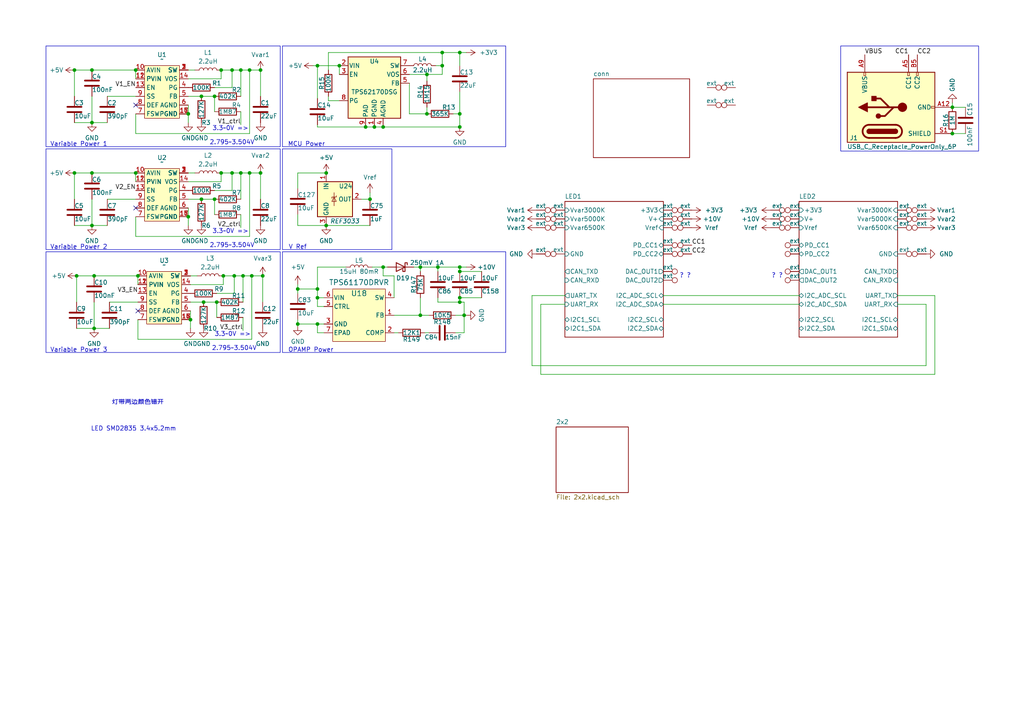
<source format=kicad_sch>
(kicad_sch (version 20240417) (generator "eeschema") (generator_version "8.99")
  (paper "A4")
  (lib_symbols
    (symbol "2023-12-11_00-18-23:TPS61170DRVR" (pin_names (offset 0.254))
      (property "Reference" "U" (at 20.32 10.16 0))
      (property "Value" "TPS61170DRVR" (at 20.32 7.62 0))
      (symbol "TPS61170DRVR_1_1"
        (pin input line (at 25.4 -2.54 180) (length 2.54) (name "FB") (number "1"))
        (pin output line (at 25.4 -7.62 180) (length 2.54) (name "COMP") (number "2"))
        (pin output line (at 5.08 -5.08 0) (length 2.54) (name "GND") (number "3"))
        (pin input line (at 25.4 2.54 180) (length 2.54) (name "SW") (number "4"))
        (pin input line (at 5.08 0 0) (length 2.54) (name "CTRL") (number "5"))
        (pin input line (at 5.08 2.54 0) (length 2.54) (name "VIN") (number "6"))
        (pin unspecified line (at 5.08 -7.62 0) (length 2.54) (name "EPAD") (number "7"))
      )
    )
    (symbol "Connector:TestPoint" (pin_numbers hide) (pin_names (offset 0.762) hide)
      (property "Reference" "TP" (at 0 6.858 0))
      (property "Value" "TestPoint" (at 0 5.08 0))
      (symbol "TestPoint_1_1"
        (pin passive line (at 0 0 90) (length 2.54) (name "1") (number "1"))
      )
    )
    (symbol "Connector:USB_C_Receptacle_PowerOnly_6P" (pin_names (offset 1.016))
      (property "Reference" "J" (at 0 16.51 0))
      (property "Value" "USB_C_Receptacle_PowerOnly_6P" (at 0 13.97 0))
      (symbol "USB_C_Receptacle_PowerOnly_6P_1_1"
        (pin passive line (at 0 -17.78 90) (length 5.08) (name "GND") (number "A12"))
        (pin bidirectional line (at 15.24 -5.08 180) (length 5.08) (name "CC1") (number "A5"))
        (pin passive line (at 15.24 7.62 180) (length 5.08) (name "VBUS") (number "A9"))
        (pin passive line (at 0 -17.78 90) (length 5.08) hide (name "GND") (number "B12"))
        (pin bidirectional line (at 15.24 -7.62 180) (length 5.08) (name "CC2") (number "B5"))
        (pin passive line (at 15.24 7.62 180) (length 5.08) hide (name "VBUS") (number "B9"))
        (pin passive line (at -7.62 -17.78 90) (length 5.08) (name "SHIELD") (number "S1"))
      )
    )
    (symbol "Device:C" (pin_numbers hide) (pin_names (offset 0.254))
      (property "Reference" "C" (at 0.635 2.54 0))
      (property "Value" "C" (at 0.635 -2.54 0))
      (symbol "C_1_1"
        (pin passive line (at 0 3.81 270) (length 2.794) (name "~") (number "1"))
        (pin passive line (at 0 -3.81 90) (length 2.794) (name "~") (number "2"))
      )
    )
    (symbol "Device:D_Schottky" (pin_numbers hide) (pin_names (offset 1.016) hide)
      (property "Reference" "D" (at 0 2.54 0))
      (property "Value" "D_Schottky" (at 0 -2.54 0))
      (symbol "D_Schottky_1_1"
        (pin passive line (at -3.81 0 0) (length 2.54) (name "K") (number "1"))
        (pin passive line (at 3.81 0 180) (length 2.54) (name "A") (number "2"))
      )
    )
    (symbol "Device:L" (pin_numbers hide) (pin_names (offset 1.016) hide)
      (property "Reference" "L" (at -1.27 0 90))
      (property "Value" "L" (at 1.905 0 90))
      (symbol "L_1_1"
        (pin passive line (at 0 3.81 270) (length 1.27) (name "1") (number "1"))
        (pin passive line (at 0 -3.81 90) (length 1.27) (name "2") (number "2"))
      )
    )
    (symbol "Device:R" (pin_numbers hide) (pin_names (offset 0))
      (property "Reference" "R" (at 2.032 0 90))
      (property "Value" "R" (at 0 0 90))
      (symbol "R_1_1"
        (pin passive line (at 0 3.81 270) (length 1.27) (name "~") (number "1"))
        (pin passive line (at 0 -3.81 90) (length 1.27) (name "~") (number "2"))
      )
    )
    (symbol "Library:TLV62130"
      (property "Reference" "U" (at 0 0 0))
      (symbol "TLV62130_1_1"
        (pin output line (at 7.62 -2.54 180) (length 2.54) (name "SW") (number "1"))
        (pin input line (at -7.62 -2.54 0) (length 2.54) (name "AVIN") (number "10"))
        (pin input line (at -7.62 -5.08 0) (length 2.54) (name "PVIN") (number "11"))
        (pin input line (at -7.62 -5.08 0) (length 2.54) (name "PVIN") (number "12"))
        (pin input line (at -7.62 -7.62 0) (length 2.54) (name "EN") (number "13"))
        (pin input line (at 7.62 -5.08 180) (length 2.54) (name "VOS") (number "14"))
        (pin passive line (at 7.62 -15.24 180) (length 2.54) (name "PGND") (number "15"))
        (pin passive line (at 7.62 -15.24 180) (length 2.54) (name "PGND") (number "16"))
        (pin passive line (at 7.62 -15.24 180) (length 2.54) (name "PGND") (number "17"))
        (pin output line (at 7.62 -2.54 180) (length 2.54) (name "SW") (number "2"))
        (pin output line (at 7.62 -2.54 180) (length 2.54) (name "SW") (number "3"))
        (pin output line (at 7.62 -7.62 180) (length 2.54) (name "PG") (number "4"))
        (pin input line (at 7.62 -10.16 180) (length 2.54) (name "FB") (number "5"))
        (pin passive line (at 7.62 -12.7 180) (length 2.54) (name "AGND") (number "6"))
        (pin input line (at -7.62 -15.24 0) (length 2.54) (name "FSW") (number "7"))
        (pin input line (at -7.62 -12.7 0) (length 2.54) (name "DEF") (number "8"))
        (pin input line (at -7.62 -10.16 0) (length 2.54) (name "SS") (number "9"))
      )
    )
    (symbol "Reference_Voltage:REF3033" (pin_names (offset 0.254))
      (property "Reference" "U" (at 0 6.35 0))
      (property "Value" "REF3033" (at 2.54 -6.35 0))
      (symbol "REF3033_1_1"
        (pin power_in line (at -2.54 7.62 270) (length 2.54) (name "IN") (number "1"))
        (pin power_out line (at 7.62 0 180) (length 2.54) (name "OUT") (number "2"))
        (pin power_in line (at -2.54 -7.62 90) (length 2.54) (name "GND") (number "3"))
      )
    )
    (symbol "Regulator_Switching:TPS62170DSG" (pin_names (offset 0.254))
      (property "Reference" "U" (at -7.62 11.43 0))
      (property "Value" "TPS62170DSG" (at -1.27 11.43 0))
      (symbol "TPS62170DSG_1_1"
        (pin power_in line (at 0 -10.16 90) (length 2.54) (name "PGND") (number "1"))
        (pin power_in line (at -10.16 7.62 0) (length 2.54) (name "VIN") (number "2"))
        (pin input line (at -10.16 5.08 0) (length 2.54) (name "EN") (number "3"))
        (pin power_in line (at 2.54 -10.16 90) (length 2.54) (name "AGND") (number "4"))
        (pin input line (at 10.16 2.54 180) (length 2.54) (name "FB") (number "5"))
        (pin input line (at 10.16 5.08 180) (length 2.54) (name "VOS") (number "6"))
        (pin output line (at 10.16 7.62 180) (length 2.54) (name "SW") (number "7"))
        (pin open_collector line (at -10.16 -2.54 0) (length 2.54) (name "PG") (number "8"))
        (pin power_in line (at -2.54 -10.16 90) (length 2.54) (name "PAD") (number "9"))
      )
    )
    (symbol "power:+10V" (power) (pin_names (offset 0))
      (property "Value" "+10V" (at 0 3.556 0))
      (symbol "+10V_1_1"
        (pin power_in line (at 0 0 90) (length 0) hide (name "+10V") (number "1"))
      )
    )
    (symbol "power:+3V3" (power) (pin_names (offset 0))
      (property "Value" "+3V3" (at 0 3.556 0))
      (symbol "+3V3_1_1"
        (pin power_in line (at 0 0 90) (length 0) hide (name "+3V3") (number "1"))
      )
    )
    (symbol "power:+5V" (power) (pin_names (offset 0))
      (property "Value" "+5V" (at 0 3.556 0))
      (symbol "+5V_1_1"
        (pin power_in line (at 0 0 90) (length 0) hide (name "+5V") (number "1"))
      )
    )
    (symbol "power:GND" (power) (pin_names (offset 0))
      (property "Value" "GND" (at 0 -3.81 0))
      (symbol "GND_1_1"
        (pin power_in line (at 0 0 270) (length 0) hide (name "GND") (number "1"))
      )
    )
    (symbol "power:VCC" (power) (pin_names (offset 0))
      (property "Value" "VCC" (at 0 3.81 0))
      (symbol "VCC_1_1"
        (pin power_in line (at 0 0 90) (length 0) hide (name "VCC") (number "1"))
      )
    )
  )
  (rectangle (start 13.335 13.335) (end 81.28 42.545))
  (rectangle (start 81.915 73.025) (end 146.685 102.235))
  (rectangle (start 13.335 73.025) (end 81.28 102.235))
  (rectangle (start 81.915 13.335) (end 146.685 42.545))
  (rectangle (start 13.335 43.18) (end 81.28 72.39))
  (rectangle (start 81.915 43.18) (end 113.665 72.39))
  (rectangle (start 243.84 13.335) (end 283.845 43.815))
  (text "灯带两边颜色错开" (at 40.005 116.84 0) (effects (font (size 1.27 1.27))))
  (text "3.3~0V => \n\n2.795~3.504V" (at 67.31 69.215 0) (effects (font (size 1.27 1.27))))
  (text "Variable Power 1" (at 22.86 41.91 0) (effects (font (size 1.27 1.27))))
  (text "? ?" (at 198.755 80.01 0) (effects (font (size 1.27 1.27))))
  (text "MCU Power" (at 88.9 41.91 0) (effects (font (size 1.27 1.27))))
  (text "Variable Power 2" (at 22.86 71.755 0) (effects (font (size 1.27 1.27))))
  (text "V Ref" (at 86.36 71.755 0) (effects (font (size 1.27 1.27))))
  (text "? ?" (at 225.425 80.01 0) (effects (font (size 1.27 1.27))))
  (text "OPAMP Power" (at 90.17 101.6 0) (effects (font (size 1.27 1.27))))
  (text "LED SMD2835 3.4x5.2mm" (at 38.735 124.46 0) (effects (font (size 1.27 1.27))))
  (text "Variable Power 3" (at 22.86 101.6 0) (effects (font (size 1.27 1.27))))
  (text "3.3~0V => \n\n2.795~3.504V" (at 67.945 99.06 0) (effects (font (size 1.27 1.27))))
  (text "3.3~0V => \n\n2.795~3.504V" (at 67.31 39.37 0) (effects (font (size 1.27 1.27))))
  (junction (at 21.59 20.32))
  (junction (at 121.92 91.44))
  (junction (at 64.135 20.32))
  (junction (at 133.35 15.24))
  (junction (at 94.615 50.165))
  (junction (at 128.27 19.05))
  (junction (at 127 77.47))
  (junction (at 121.92 77.47))
  (junction (at 276.225 38.735))
  (junction (at 62.865 87.63))
  (junction (at 276.225 31.115))
  (junction (at 108.585 36.83))
  (junction (at 72.39 20.32))
  (junction (at 26.67 20.32))
  (junction (at 128.27 15.24))
  (junction (at 133.35 78.74))
  (junction (at 64.135 50.165))
  (junction (at 39.37 50.165))
  (junction (at 40.005 80.01))
  (junction (at 72.39 50.165))
  (junction (at 106.045 36.83))
  (junction (at 76.2 80.01))
  (junction (at 111.125 77.47))
  (junction (at 67.945 80.01))
  (junction (at 123.825 21.59))
  (junction (at 92.075 93.98))
  (junction (at 39.37 20.32))
  (junction (at 59.055 87.63))
  (junction (at 86.36 83.82))
  (junction (at 54.61 62.865))
  (junction (at 67.31 20.32))
  (junction (at 107.315 57.785))
  (junction (at 75.565 50.165))
  (junction (at 133.35 86.36))
  (junction (at 55.245 92.71))
  (junction (at 111.125 36.83))
  (junction (at 133.35 36.83))
  (junction (at 94.615 65.405))
  (junction (at 62.23 27.94))
  (junction (at 54.61 33.02))
  (junction (at 123.825 33.02))
  (junction (at 133.35 33.02))
  (junction (at 58.42 57.785))
  (junction (at 67.31 50.165))
  (junction (at 69.85 20.32))
  (junction (at 92.075 86.36))
  (junction (at 92.075 19.05))
  (junction (at 27.305 95.25))
  (junction (at 92.075 83.82))
  (junction (at 64.77 80.01))
  (junction (at 21.59 50.165))
  (junction (at 70.485 80.01))
  (junction (at 98.425 19.05))
  (junction (at 75.565 20.32))
  (junction (at 69.85 50.165))
  (junction (at 133.35 87.63))
  (junction (at 26.67 35.56))
  (junction (at 22.225 80.01))
  (junction (at 58.42 27.94))
  (junction (at 73.025 80.01))
  (junction (at 86.36 93.98))
  (junction (at 62.23 57.785))
  (junction (at 133.35 77.47))
  (junction (at 26.67 65.405))
  (junction (at 26.67 50.165))
  (junction (at 27.305 80.01))
  (junction (at 134.62 91.44))
  (no_connect (at 39.37 60.325))
  (no_connect (at 39.37 30.48))
  (no_connect (at 40.005 90.17))
  (wire (pts (xy 72.39 50.165) (xy 75.565 50.165)))
  (wire (pts (xy 54.61 30.48) (xy 54.61 33.02)))
  (wire (pts (xy 106.045 36.83) (xy 108.585 36.83)))
  (wire (pts (xy 86.36 50.165) (xy 94.615 50.165)))
  (wire (pts (xy 22.225 80.01) (xy 27.305 80.01)))
  (wire (pts (xy 111.125 36.83) (xy 133.35 36.83)))
  (wire (pts (xy 54.61 22.86) (xy 64.135 22.86)))
  (wire (pts (xy 86.36 82.55) (xy 86.36 83.82)))
  (wire (pts (xy 55.245 87.63) (xy 59.055 87.63)))
  (wire (pts (xy 134.62 91.44) (xy 132.08 91.44)))
  (wire (pts (xy 260.35 88.265) (xy 268.605 88.265)))
  (wire (pts (xy 27.305 80.01) (xy 40.005 80.01)))
  (wire (pts (xy 94.615 65.405) (xy 107.315 65.405)))
  (wire (pts (xy 121.92 77.47) (xy 121.92 78.74)))
  (wire (pts (xy 39.37 57.785) (xy 31.115 57.785)))
  (wire (pts (xy 276.225 31.115) (xy 280.035 31.115)))
  (wire (pts (xy 118.745 24.13) (xy 118.745 33.02)))
  (wire (pts (xy 31.115 65.405) (xy 26.67 65.405)))
  (wire (pts (xy 64.135 52.705) (xy 64.135 50.165)))
  (wire (pts (xy 27.305 87.63) (xy 27.305 95.25)))
  (wire (pts (xy 92.075 36.195) (xy 92.075 36.83)))
  (wire (pts (xy 128.27 15.24) (xy 128.27 19.05)))
  (wire (pts (xy 54.61 27.94) (xy 58.42 27.94)))
  (wire (pts (xy 67.31 55.245) (xy 67.31 50.165)))
  (wire (pts (xy 98.425 19.05) (xy 98.425 21.59)))
  (wire (pts (xy 108.585 36.83) (xy 111.125 36.83)))
  (wire (pts (xy 22.225 80.01) (xy 22.225 87.63)))
  (wire (pts (xy 115.57 96.52) (xy 114.3 96.52)))
  (wire (pts (xy 54.61 57.785) (xy 58.42 57.785)))
  (wire (pts (xy 111.125 77.47) (xy 112.395 77.47)))
  (wire (pts (xy 86.36 62.23) (xy 86.36 65.405)))
  (wire (pts (xy 72.39 68.58) (xy 72.39 50.165)))
  (wire (pts (xy 54.61 52.705) (xy 64.135 52.705)))
  (wire (pts (xy 92.075 83.82) (xy 92.075 86.36)))
  (wire (pts (xy 121.92 86.36) (xy 121.92 91.44)))
  (wire (pts (xy 26.67 57.785) (xy 26.67 65.405)))
  (wire (pts (xy 95.25 29.21) (xy 98.425 29.21)))
  (wire (pts (xy 86.36 94.615) (xy 86.36 93.98)))
  (wire (pts (xy 107.95 77.47) (xy 111.125 77.47)))
  (wire (pts (xy 271.145 108.585) (xy 271.145 85.725)))
  (wire (pts (xy 73.025 98.425) (xy 73.025 80.01)))
  (wire (pts (xy 92.075 86.36) (xy 93.98 86.36)))
  (wire (pts (xy 62.23 57.785) (xy 62.23 62.23)))
  (wire (pts (xy 154.305 85.725) (xy 154.305 106.045)))
  (wire (pts (xy 69.85 62.23) (xy 69.85 66.04)))
  (wire (pts (xy 111.125 80.01) (xy 111.125 77.47)))
  (wire (pts (xy 163.83 85.725) (xy 154.305 85.725)))
  (wire (pts (xy 114.3 80.01) (xy 111.125 80.01)))
  (wire (pts (xy 114.3 91.44) (xy 121.92 91.44)))
  (wire (pts (xy 104.775 57.785) (xy 107.315 57.785)))
  (wire (pts (xy 22.225 95.25) (xy 27.305 95.25)))
  (wire (pts (xy 39.37 38.735) (xy 72.39 38.735)))
  (wire (pts (xy 54.61 35.56) (xy 54.61 33.02)))
  (wire (pts (xy 86.36 93.98) (xy 92.075 93.98)))
  (wire (pts (xy 39.37 27.94) (xy 31.115 27.94)))
  (wire (pts (xy 75.565 57.785) (xy 75.565 50.165)))
  (wire (pts (xy 62.23 25.4) (xy 67.31 25.4)))
  (wire (pts (xy 133.35 87.63) (xy 133.35 86.36)))
  (wire (pts (xy 26.67 27.94) (xy 26.67 35.56)))
  (wire (pts (xy 133.35 77.47) (xy 127 77.47)))
  (wire (pts (xy 40.005 87.63) (xy 31.75 87.63)))
  (wire (pts (xy 127 77.47) (xy 121.92 77.47)))
  (wire (pts (xy 69.85 50.165) (xy 72.39 50.165)))
  (wire (pts (xy 127 87.63) (xy 127 86.36)))
  (wire (pts (xy 134.62 87.63) (xy 134.62 91.44)))
  (wire (pts (xy 21.59 50.165) (xy 26.67 50.165)))
  (wire (pts (xy 39.37 50.165) (xy 39.37 52.705)))
  (wire (pts (xy 121.92 77.47) (xy 120.015 77.47)))
  (wire (pts (xy 124.46 96.52) (xy 123.19 96.52)))
  (wire (pts (xy 123.825 21.59) (xy 128.27 21.59)))
  (wire (pts (xy 70.485 92.075) (xy 70.485 95.885)))
  (wire (pts (xy 40.005 92.71) (xy 40.005 98.425)))
  (wire (pts (xy 92.075 36.83) (xy 106.045 36.83)))
  (wire (pts (xy 26.67 50.165) (xy 39.37 50.165)))
  (wire (pts (xy 192.405 88.265) (xy 231.775 88.265)))
  (wire (pts (xy 192.405 85.725) (xy 231.775 85.725)))
  (wire (pts (xy 55.245 80.01) (xy 57.15 80.01)))
  (wire (pts (xy 59.055 87.63) (xy 62.865 87.63)))
  (wire (pts (xy 86.36 92.71) (xy 86.36 93.98)))
  (wire (pts (xy 21.59 65.405) (xy 26.67 65.405)))
  (wire (pts (xy 31.75 95.25) (xy 27.305 95.25)))
  (wire (pts (xy 268.605 106.045) (xy 268.605 88.265)))
  (wire (pts (xy 100.33 77.47) (xy 92.075 77.47)))
  (wire (pts (xy 154.305 106.045) (xy 268.605 106.045)))
  (wire (pts (xy 133.35 15.24) (xy 133.35 19.05)))
  (wire (pts (xy 92.075 28.575) (xy 92.075 19.05)))
  (wire (pts (xy 69.85 20.32) (xy 72.39 20.32)))
  (wire (pts (xy 62.23 27.94) (xy 62.23 32.385)))
  (wire (pts (xy 123.825 33.02) (xy 123.825 31.115)))
  (wire (pts (xy 40.005 80.01) (xy 40.005 82.55)))
  (wire (pts (xy 121.92 91.44) (xy 124.46 91.44)))
  (wire (pts (xy 54.61 65.405) (xy 54.61 62.865)))
  (wire (pts (xy 118.745 21.59) (xy 123.825 21.59)))
  (wire (pts (xy 26.67 20.32) (xy 39.37 20.32)))
  (wire (pts (xy 276.225 38.735) (xy 280.035 38.735)))
  (wire (pts (xy 70.485 80.01) (xy 73.025 80.01)))
  (wire (pts (xy 135.255 15.24) (xy 133.35 15.24)))
  (wire (pts (xy 55.245 90.17) (xy 55.245 92.71)))
  (wire (pts (xy 21.59 20.32) (xy 21.59 27.94)))
  (wire (pts (xy 62.865 87.63) (xy 62.865 92.075)))
  (wire (pts (xy 107.315 55.88) (xy 107.315 57.785)))
  (wire (pts (xy 128.27 15.24) (xy 133.35 15.24)))
  (wire (pts (xy 72.39 20.32) (xy 75.565 20.32)))
  (wire (pts (xy 54.61 20.32) (xy 56.515 20.32)))
  (wire (pts (xy 67.31 25.4) (xy 67.31 20.32)))
  (wire (pts (xy 21.59 35.56) (xy 26.67 35.56)))
  (wire (pts (xy 271.145 85.725) (xy 260.35 85.725)))
  (wire (pts (xy 58.42 57.785) (xy 62.23 57.785)))
  (wire (pts (xy 93.98 88.9) (xy 92.075 88.9)))
  (wire (pts (xy 64.135 20.32) (xy 67.31 20.32)))
  (wire (pts (xy 86.36 85.09) (xy 86.36 83.82)))
  (wire (pts (xy 31.115 35.56) (xy 26.67 35.56)))
  (wire (pts (xy 92.075 93.98) (xy 92.075 96.52)))
  (wire (pts (xy 86.36 83.82) (xy 92.075 83.82)))
  (wire (pts (xy 156.845 88.265) (xy 156.845 108.585)))
  (wire (pts (xy 40.005 98.425) (xy 73.025 98.425)))
  (wire (pts (xy 69.85 32.385) (xy 69.85 36.195)))
  (wire (pts (xy 62.865 85.09) (xy 67.945 85.09)))
  (wire (pts (xy 114.3 86.36) (xy 114.3 80.01)))
  (wire (pts (xy 133.35 36.83) (xy 133.35 33.02)))
  (wire (pts (xy 133.35 78.74) (xy 139.7 78.74)))
  (wire (pts (xy 127 87.63) (xy 133.35 87.63)))
  (wire (pts (xy 72.39 38.735) (xy 72.39 20.32)))
  (wire (pts (xy 276.225 31.115) (xy 276.225 29.845)))
  (wire (pts (xy 67.945 85.09) (xy 67.945 80.01)))
  (wire (pts (xy 128.27 21.59) (xy 128.27 19.05)))
  (wire (pts (xy 58.42 27.94) (xy 62.23 27.94)))
  (wire (pts (xy 123.825 23.495) (xy 123.825 21.59)))
  (wire (pts (xy 127 78.74) (xy 127 77.47)))
  (wire (pts (xy 69.85 50.165) (xy 69.85 57.785)))
  (wire (pts (xy 55.245 95.25) (xy 55.245 92.71)))
  (wire (pts (xy 128.27 19.05) (xy 126.365 19.05)))
  (wire (pts (xy 135.255 91.44) (xy 134.62 91.44)))
  (wire (pts (xy 64.135 50.165) (xy 67.31 50.165)))
  (wire (pts (xy 92.075 77.47) (xy 92.075 83.82)))
  (wire (pts (xy 39.37 20.32) (xy 39.37 22.86)))
  (wire (pts (xy 64.77 82.55) (xy 64.77 80.01)))
  (wire (pts (xy 92.075 96.52) (xy 93.98 96.52)))
  (wire (pts (xy 92.075 19.05) (xy 98.425 19.05)))
  (wire (pts (xy 156.845 108.585) (xy 271.145 108.585)))
  (wire (pts (xy 64.77 80.01) (xy 67.945 80.01)))
  (wire (pts (xy 133.35 86.36) (xy 139.7 86.36)))
  (wire (pts (xy 134.62 96.52) (xy 134.62 91.44)))
  (wire (pts (xy 133.35 87.63) (xy 134.62 87.63)))
  (wire (pts (xy 86.36 65.405) (xy 94.615 65.405)))
  (wire (pts (xy 133.35 78.74) (xy 133.35 77.47)))
  (wire (pts (xy 76.2 87.63) (xy 76.2 80.01)))
  (wire (pts (xy 62.23 55.245) (xy 67.31 55.245)))
  (wire (pts (xy 92.075 88.9) (xy 92.075 86.36)))
  (wire (pts (xy 133.35 77.47) (xy 135.255 77.47)))
  (wire (pts (xy 39.37 68.58) (xy 72.39 68.58)))
  (wire (pts (xy 95.25 27.94) (xy 95.25 29.21)))
  (wire (pts (xy 54.61 60.325) (xy 54.61 62.865)))
  (wire (pts (xy 90.805 19.05) (xy 92.075 19.05)))
  (wire (pts (xy 21.59 50.165) (xy 21.59 57.785)))
  (wire (pts (xy 131.445 33.02) (xy 133.35 33.02)))
  (wire (pts (xy 95.25 15.24) (xy 128.27 15.24)))
  (wire (pts (xy 86.36 54.61) (xy 86.36 50.165)))
  (wire (pts (xy 163.83 88.265) (xy 156.845 88.265)))
  (wire (pts (xy 54.61 50.165) (xy 56.515 50.165)))
  (wire (pts (xy 21.59 20.32) (xy 26.67 20.32)))
  (wire (pts (xy 95.25 20.32) (xy 95.25 15.24)))
  (wire (pts (xy 133.35 26.67) (xy 133.35 33.02)))
  (wire (pts (xy 39.37 62.865) (xy 39.37 68.58)))
  (wire (pts (xy 67.31 20.32) (xy 69.85 20.32)))
  (wire (pts (xy 70.485 80.01) (xy 70.485 87.63)))
  (wire (pts (xy 73.025 80.01) (xy 76.2 80.01)))
  (wire (pts (xy 67.31 50.165) (xy 69.85 50.165)))
  (wire (pts (xy 75.565 27.94) (xy 75.565 20.32)))
  (wire (pts (xy 67.945 80.01) (xy 70.485 80.01)))
  (wire (pts (xy 64.135 22.86) (xy 64.135 20.32)))
  (wire (pts (xy 55.245 82.55) (xy 64.77 82.55)))
  (wire (pts (xy 118.745 33.02) (xy 123.825 33.02)))
  (wire (pts (xy 93.98 93.98) (xy 92.075 93.98)))
  (wire (pts (xy 69.85 20.32) (xy 69.85 27.94)))
  (wire (pts (xy 39.37 33.02) (xy 39.37 38.735)))
  (wire (pts (xy 132.08 96.52) (xy 134.62 96.52)))
  (label "V3_EN" (at 40.005 85.09 180))
  (label "V2_ctrl" (at 69.85 66.04 180))
  (label "V3_ctrl" (at 70.485 95.885 180))
  (label "V1_EN" (at 39.37 25.4 180))
  (label "CC1" (at 263.525 15.875 180))
  (label "CC2" (at 200.66 73.66 0))
  (label "V1_ctrl" (at 69.85 36.195 180))
  (label "V2_EN" (at 39.37 55.245 180))
  (label "VBUS" (at 250.825 15.875 0))
  (label "CC2" (at 266.065 15.875 0))
  (label "CC1" (at 200.66 71.12 0))
  (symbol (lib_id "Connector:TestPoint") (at 223.52 63.5 270) (mirror x) (unit 1)
    (property "Reference" "TP25" (effects (hide yes)))
    (property "Value" "ext" (at 225.425 62.23 90))
    (property "Description" "test point" (effects (hide yes)))
  )
  (symbol (lib_id "power:GND") (at 26.67 65.405 0) (unit 1)
    (property "Reference" "#PWR08" (effects (hide yes)))
    (property "Value" "GND" (at 26.67 69.85 0))
    (property "Description" "Power symbol creates a global label with name \"GND\" , ground" (effects (hide yes)))
  )
  (symbol (lib_id "Device:C") (at 86.36 88.9 0) (unit 1)
    (property "Reference" "C83" (at 86.36 86.995 0) (effects (justify left)))
    (property "Value" "10uF" (at 86.36 90.805 0) (effects (justify left)))
    (property "Description" "Unpolarized capacitor" (effects (hide yes)))
  )
  (symbol (lib_id "power:GND") (at 54.61 35.56 0) (unit 1)
    (property "Reference" "#PWR04" (effects (hide yes)))
    (property "Value" "GND" (at 54.61 40.005 0))
    (property "Description" "Power symbol creates a global label with name \"GND\" , ground" (effects (hide yes)))
  )
  (symbol (lib_id "Device:L") (at 104.14 77.47 90) (unit 1)
    (property "Reference" "L5" (at 104.14 75.565 90))
    (property "Value" "15uH 80mR" (at 104.14 78.74 90))
    (property "Description" "Inductor" (effects (hide yes)))
  )
  (symbol (lib_id "power:GND") (at 133.35 36.83 0) (unit 1)
    (property "Reference" "#PWR021" (effects (hide yes)))
    (property "Value" "GND" (at 133.35 41.275 0))
    (property "Description" "Power symbol creates a global label with name \"GND\" , ground" (effects (hide yes)))
  )
  (symbol (lib_id "Device:C") (at 107.315 61.595 0) (unit 1)
    (property "Reference" "C75" (at 107.315 59.69 0) (effects (justify left)))
    (property "Value" "1uF" (at 107.315 63.5 0) (effects (justify left)))
    (property "Description" "Unpolarized capacitor" (effects (hide yes)))
  )
  (symbol (lib_id "Device:C") (at 86.36 58.42 0) (unit 1)
    (property "Reference" "C127" (at 86.36 56.515 0) (effects (justify left)))
    (property "Value" "10uF" (at 86.36 60.325 0) (effects (justify left)))
    (property "Description" "Unpolarized capacitor" (effects (hide yes)))
  )
  (symbol (lib_id "power:VCC") (at 75.565 50.165 0) (unit 1)
    (property "Reference" "#PWR011" (effects (hide yes)))
    (property "Value" "Vvar2" (at 75.565 45.085 0))
    (property "Description" "Power symbol creates a global label with name \"VCC\"" (effects (hide yes)))
  )
  (symbol (lib_id "Connector:TestPoint") (at 260.35 73.66 270) (mirror x) (unit 1)
    (property "Reference" "TP34" (effects (hide yes)))
    (property "Value" "ext" (at 262.255 72.39 90))
    (property "Description" "test point" (effects (hide yes)))
  )
  (symbol (lib_id "power:GND") (at 27.305 95.25 0) (unit 1)
    (property "Reference" "#PWR014" (effects (hide yes)))
    (property "Value" "GND" (at 27.305 99.695 0))
    (property "Description" "Power symbol creates a global label with name \"GND\" , ground" (effects (hide yes)))
  )
  (symbol (lib_id "Device:C") (at 133.35 22.86 0) (unit 1)
    (property "Reference" "C13" (at 133.35 20.955 0) (effects (justify left)))
    (property "Value" "22uF" (at 133.35 24.765 0) (effects (justify left)))
    (property "Description" "Unpolarized capacitor" (effects (hide yes)))
  )
  (symbol (lib_id "Device:R") (at 66.04 57.785 90) (unit 1)
    (property "Reference" "R7" (at 68.58 55.88 90))
    (property "Value" "402K" (at 66.04 57.785 90))
    (property "Description" "Resistor" (effects (hide yes)))
  )
  (symbol (lib_id "power:+5V") (at 86.36 82.55 0) (unit 1)
    (property "Reference" "#PWR028" (effects (hide yes)))
    (property "Value" "+5V" (at 86.36 77.47 0))
    (property "Description" "Power symbol creates a global label with name \"+5V\"" (effects (hide yes)))
  )
  (symbol (lib_id "Device:R") (at 123.825 27.305 180) (unit 1)
    (property "Reference" "R14" (at 121.92 26.67 90))
    (property "Value" "1M15" (at 123.825 27.305 90))
    (property "Description" "Resistor" (effects (hide yes)))
  )
  (symbol (lib_id "Connector:TestPoint") (at 192.405 60.96 270) (mirror x) (unit 1)
    (property "Reference" "TP7" (effects (hide yes)))
    (property "Value" "ext" (at 193.675 59.69 90))
    (property "Description" "test point" (effects (hide yes)))
  )
  (symbol (lib_id "power:GND") (at 276.225 29.845 180) (unit 1)
    (property "Reference" "#PWR024" (effects (hide yes)))
    (property "Value" "GND" (at 276.2249 26.67 90) (effects (justify right)))
    (property "Description" "Power symbol creates a global label with name \"GND\" , ground" (effects (hide yes)))
  )
  (symbol (lib_id "power:VCC") (at 268.605 63.5 270) (mirror x) (unit 1)
    (property "Reference" "#PWR043" (effects (hide yes)))
    (property "Value" "Vvar2" (at 271.78 63.5 90) (effects (justify left)))
    (property "Description" "Power symbol creates a global label with name \"VCC\"" (effects (hide yes)))
  )
  (symbol (lib_id "Device:C") (at 133.35 82.55 0) (mirror x) (unit 1)
    (property "Reference" "C85" (at 133.35 84.455 0) (effects (justify left)))
    (property "Value" "10uF" (at 133.35 80.645 0) (effects (justify left)))
    (property "Description" "Unpolarized capacitor" (effects (hide yes)))
  )
  (symbol (lib_id "Device:C") (at 31.115 31.75 0) (unit 1)
    (property "Reference" "C2" (at 31.115 29.845 0) (effects (justify left)))
    (property "Value" "390pF" (at 31.115 33.655 0) (effects (justify left)))
    (property "Description" "Unpolarized capacitor" (effects (hide yes)))
  )
  (symbol (lib_id "Device:R") (at 119.38 96.52 270) (unit 1)
    (property "Reference" "R149" (at 119.38 98.425 90))
    (property "Value" "12K1" (at 119.38 96.52 90))
    (property "Description" "Resistor" (effects (hide yes)))
  )
  (symbol (lib_id "Device:C") (at 127 82.55 0) (mirror x) (unit 1)
    (property "Reference" "C86" (at 127 84.455 0) (effects (justify left)))
    (property "Value" "10uF" (at 127 80.645 0) (effects (justify left)))
    (property "Description" "Unpolarized capacitor" (effects (hide yes)))
  )
  (symbol (lib_id "power:GND") (at 59.055 95.25 0) (unit 1)
    (property "Reference" "#PWR016" (effects (hide yes)))
    (property "Value" "GND" (at 59.055 99.695 0))
    (property "Description" "Power symbol creates a global label with name \"GND\" , ground" (effects (hide yes)))
  )
  (symbol (lib_id "power:GND") (at 26.67 35.56 0) (unit 1)
    (property "Reference" "#PWR06" (effects (hide yes)))
    (property "Value" "GND" (at 26.67 40.005 0))
    (property "Description" "Power symbol creates a global label with name \"GND\" , ground" (effects (hide yes)))
  )
  (symbol (lib_id "Connector:TestPoint") (at 200.66 71.12 90) (unit 1)
    (property "Reference" "TP17" (effects (hide yes)))
    (property "Value" "ext" (at 198.755 69.85 90))
    (property "Description" "test point" (effects (hide yes)))
  )
  (symbol (lib_id "Connector:TestPoint") (at 192.405 81.28 270) (mirror x) (unit 1)
    (property "Reference" "TP20" (effects (hide yes)))
    (property "Value" "ext" (at 193.675 80.01 90))
    (property "Description" "test point" (effects (hide yes)))
  )
  (symbol (lib_id "Device:C") (at 21.59 31.75 0) (unit 1)
    (property "Reference" "C3" (at 21.59 29.845 0) (effects (justify left)))
    (property "Value" "10uF" (at 21.59 33.655 0) (effects (justify left)))
    (property "Description" "Unpolarized capacitor" (effects (hide yes)))
  )
  (symbol (lib_id "Connector:TestPoint") (at 231.775 63.5 90) (unit 1)
    (property "Reference" "TP22" (effects (hide yes)))
    (property "Value" "ext" (at 230.505 62.23 90))
    (property "Description" "test point" (effects (hide yes)))
  )
  (symbol (lib_id "Device:R") (at 58.42 61.595 0) (unit 1)
    (property "Reference" "R6" (at 58.42 65.405 0) (effects (justify left)))
    (property "Value" "127K" (at 58.42 64.135 90) (effects (justify left)))
    (property "Description" "Resistor" (effects (hide yes)))
  )
  (symbol (lib_id "Connector:TestPoint") (at 155.575 73.66 270) (mirror x) (unit 1)
    (property "Reference" "TP13" (effects (hide yes)))
    (property "Value" "ext" (at 156.845 72.39 90))
    (property "Description" "test point" (effects (hide yes)))
  )
  (symbol (lib_id "Connector:TestPoint") (at 192.405 78.74 270) (mirror x) (unit 1)
    (property "Reference" "TP19" (effects (hide yes)))
    (property "Value" "ext" (at 193.675 77.47 90))
    (property "Description" "test point" (effects (hide yes)))
  )
  (symbol (lib_id "Library:TLV62130") (at 46.99 17.78 0) (unit 1)
    (property "Reference" "U1" (at 46.99 15.875 0))
    (property "Value" "~" (at 46.99 17.145 0))
  )
  (symbol (lib_id "Connector:TestPoint") (at 231.775 81.28 90) (unit 1)
    (property "Reference" "TP38" (effects (hide yes)))
    (property "Value" "ext" (at 230.505 80.01 90))
    (property "Description" "test point" (effects (hide yes)))
  )
  (symbol (lib_id "Connector:TestPoint") (at 231.775 66.04 90) (unit 1)
    (property "Reference" "TP23" (effects (hide yes)))
    (property "Value" "ext" (at 230.505 64.77 90))
    (property "Description" "test point" (effects (hide yes)))
  )
  (symbol (lib_id "power:GND") (at 86.36 94.615 0) (unit 1)
    (property "Reference" "#PWR029" (effects (hide yes)))
    (property "Value" "GND" (at 86.36 99.06 0))
    (property "Description" "Power symbol creates a global label with name \"GND\" , ground" (effects (hide yes)))
  )
  (symbol (lib_id "Connector:TestPoint") (at 268.605 66.04 90) (unit 1)
    (property "Reference" "TP29" (effects (hide yes)))
    (property "Value" "ext" (at 267.335 64.77 90))
    (property "Description" "test point" (effects (hide yes)))
  )
  (symbol (lib_id "Connector:TestPoint") (at 231.775 78.74 90) (unit 1)
    (property "Reference" "TP37" (effects (hide yes)))
    (property "Value" "ext" (at 230.505 77.47 90))
    (property "Description" "test point" (effects (hide yes)))
  )
  (symbol (lib_id "Connector:TestPoint") (at 155.575 63.5 270) (mirror x) (unit 1)
    (property "Reference" "TP3" (effects (hide yes)))
    (property "Value" "ext" (at 156.845 62.23 90))
    (property "Description" "test point" (effects (hide yes)))
  )
  (symbol (lib_id "power:VCC") (at 76.2 80.01 0) (unit 1)
    (property "Reference" "#PWR017" (effects (hide yes)))
    (property "Value" "Vvar3" (at 76.2 74.93 0))
    (property "Description" "Power symbol creates a global label with name \"VCC\"" (effects (hide yes)))
  )
  (symbol (lib_id "Library:TLV62130") (at 47.625 77.47 0) (unit 1)
    (property "Reference" "U3" (at 47.625 75.565 0))
    (property "Value" "~" (at 47.625 76.835 0))
  )
  (symbol (lib_id "Connector:TestPoint") (at 205.105 30.48 270) (mirror x) (unit 1)
    (property "Reference" "TP40" (effects (hide yes)))
    (property "Value" "ext" (at 206.375 29.21 90))
    (property "Description" "test point" (effects (hide yes)))
  )
  (symbol (lib_id "Connector:TestPoint") (at 192.405 66.04 270) (mirror x) (unit 1)
    (property "Reference" "TP9" (effects (hide yes)))
    (property "Value" "ext" (at 193.675 64.77 90))
    (property "Description" "test point" (effects (hide yes)))
  )
  (symbol (lib_id "Device:C") (at 139.7 82.55 0) (mirror x) (unit 1)
    (property "Reference" "C158" (at 139.7 84.455 0) (effects (justify left)))
    (property "Value" "10uF" (at 139.7 80.645 0) (effects (justify left)))
    (property "Description" "Unpolarized capacitor" (effects (hide yes)))
  )
  (symbol (lib_id "Device:C") (at 128.27 96.52 90) (mirror x) (unit 1)
    (property "Reference" "C84" (at 127 97.79 90) (effects (justify left)))
    (property "Value" "15nF" (at 133.985 97.79 90) (effects (justify left)))
    (property "Description" "Unpolarized capacitor" (effects (hide yes)))
  )
  (symbol (lib_id "Device:C") (at 26.67 24.13 0) (unit 1)
    (property "Reference" "C4" (at 26.67 22.225 0) (effects (justify left)))
    (property "Value" "100nF" (at 26.67 26.035 0) (effects (justify left)))
    (property "Description" "Unpolarized capacitor" (effects (hide yes)))
  )
  (symbol (lib_id "Device:L") (at 60.325 50.165 90) (unit 1)
    (property "Reference" "L2" (at 60.325 45.085 90))
    (property "Value" "2.2uH" (at 60.325 47.625 90))
    (property "Description" "Inductor" (effects (hide yes)))
  )
  (symbol (lib_id "power:+3V3") (at 135.255 15.24 270) (unit 1)
    (property "Reference" "#PWR022" (effects (hide yes)))
    (property "Value" "+3V3" (at 139.065 15.2399 90) (effects (justify left)))
    (property "Description" "Power symbol creates a global label with name \"+3V3\"" (effects (hide yes)))
  )
  (symbol (lib_id "Device:C") (at 76.2 91.44 0) (unit 1)
    (property "Reference" "C12" (at 76.2 89.535 0) (effects (justify left)))
    (property "Value" "22uF" (at 76.2 93.345 0) (effects (justify left)))
    (property "Description" "Unpolarized capacitor" (effects (hide yes)))
  )
  (symbol (lib_id "Regulator_Switching:TPS62170DSG") (at 108.585 26.67 0) (unit 1)
    (property "Reference" "U4" (at 108.585 17.78 0))
    (property "Value" "TPS62170DSG" (at 108.585 26.67 0))
    (property "Footprint" "Package_SON:WSON-8-1EP_2x2mm_P0.5mm_EP0.9x1.6mm_ThermalVias" (effects (hide yes)))
    (property "Datasheet" "http://www.ti.com/lit/ds/symlink/tps62170.pdf" (effects (hide yes)))
    (property "Description" "500mA Step-Down Converter with DCS-Control, adjustable output, 3-17V input voltage, WSON-8" (effects (hide yes)))
  )
  (symbol (lib_id "Connector:USB_C_Receptacle_PowerOnly_6P") (at 258.445 31.115 90) (unit 1)
    (property "Reference" "J1" (at 247.65 40.005 90))
    (property "Value" "USB_C_Receptacle_PowerOnly_6P" (at 261.62 42.545 90))
    (property "Datasheet" "https://www.usb.org/sites/default/files/documents/usb_type-c.zip" (effects (hide yes)))
    (property "Description" "USB Power-Only 6P Type-C Receptacle connector" (effects (hide yes)))
  )
  (symbol (lib_id "Connector:TestPoint") (at 155.575 60.96 270) (mirror x) (unit 1)
    (property "Reference" "TP2" (effects (hide yes)))
    (property "Value" "ext" (at 156.845 59.69 90))
    (property "Description" "test point" (effects (hide yes)))
  )
  (symbol (lib_id "power:VCC") (at 155.575 63.5 90) (unit 1)
    (property "Reference" "#PWR023" (effects (hide yes)))
    (property "Value" "Vvar2" (at 152.4 63.5 90) (effects (justify left)))
    (property "Description" "Power symbol creates a global label with name \"VCC\"" (effects (hide yes)))
  )
  (symbol (lib_id "Device:L") (at 60.96 80.01 90) (unit 1)
    (property "Reference" "L3" (at 60.96 74.93 90))
    (property "Value" "2.2uH" (at 60.96 77.47 90))
    (property "Description" "Inductor" (effects (hide yes)))
  )
  (symbol (lib_id "Connector:TestPoint") (at 163.83 73.66 90) (unit 1)
    (property "Reference" "TP14" (effects (hide yes)))
    (property "Value" "ext" (at 161.925 72.39 90))
    (property "Description" "test point" (effects (hide yes)))
  )
  (symbol (lib_id "Device:R") (at 59.055 85.09 90) (unit 1)
    (property "Reference" "R9" (at 63.5 83.82 90))
    (property "Value" "100K" (at 59.055 85.09 90))
    (property "Description" "Resistor" (effects (hide yes)))
  )
  (symbol (lib_id "power:+5V") (at 22.225 80.01 90) (unit 1)
    (property "Reference" "#PWR013" (effects (hide yes)))
    (property "Value" "+5V" (at 19.05 80.0099 90) (effects (justify left)))
    (property "Description" "Power symbol creates a global label with name \"+5V\"" (effects (hide yes)))
  )
  (symbol (lib_id "power:+3V3") (at 200.66 60.96 270) (unit 1)
    (property "Reference" "#PWR038" (effects (hide yes)))
    (property "Value" "+3V3" (at 204.47 60.9599 90) (effects (justify left)))
    (property "Description" "Power symbol creates a global label with name \"+3V3\"" (effects (hide yes)))
  )
  (symbol (lib_id "Device:R") (at 66.04 27.94 90) (unit 1)
    (property "Reference" "R2" (at 68.58 26.035 90))
    (property "Value" "402K" (at 66.04 27.94 90))
    (property "Description" "Resistor" (effects (hide yes)))
  )
  (symbol (lib_id "Connector:TestPoint") (at 231.775 73.66 90) (unit 1)
    (property "Reference" "TP36" (effects (hide yes)))
    (property "Value" "ext" (at 230.505 72.39 90))
    (property "Description" "test point" (effects (hide yes)))
  )
  (symbol (lib_id "power:GND") (at 58.42 35.56 0) (unit 1)
    (property "Reference" "#PWR01" (effects (hide yes)))
    (property "Value" "GND" (at 58.42 40.005 0))
    (property "Description" "Power symbol creates a global label with name \"GND\" , ground" (effects (hide yes)))
  )
  (symbol (lib_id "power:VCC") (at 268.605 60.96 270) (mirror x) (unit 1)
    (property "Reference" "#PWR042" (effects (hide yes)))
    (property "Value" "Vvar1" (at 271.78 60.9599 90) (effects (justify left)))
    (property "Description" "Power symbol creates a global label with name \"VCC\"" (effects (hide yes)))
  )
  (symbol (lib_id "Connector:TestPoint") (at 163.83 63.5 90) (unit 1)
    (property "Reference" "TP4" (effects (hide yes)))
    (property "Value" "ext" (at 161.925 62.23 90))
    (property "Description" "test point" (effects (hide yes)))
  )
  (symbol (lib_id "power:VCC") (at 268.605 66.04 270) (mirror x) (unit 1)
    (property "Reference" "#PWR044" (effects (hide yes)))
    (property "Value" "Vvar3" (at 271.78 66.0399 90) (effects (justify left)))
    (property "Description" "Power symbol creates a global label with name \"VCC\"" (effects (hide yes)))
  )
  (symbol (lib_id "Device:R") (at 95.25 24.13 180) (unit 1)
    (property "Reference" "R15" (at 93.345 24.13 90))
    (property "Value" "100K" (at 95.25 24.13 90))
    (property "Description" "Resistor" (effects (hide yes)))
  )
  (symbol (lib_id "Connector:TestPoint") (at 260.35 60.96 270) (mirror x) (unit 1)
    (property "Reference" "TP30" (effects (hide yes)))
    (property "Value" "ext" (at 262.255 59.69 90))
    (property "Description" "test point" (effects (hide yes)))
  )
  (symbol (lib_id "power:GND") (at 135.255 91.44 90) (unit 1)
    (property "Reference" "#PWR030" (effects (hide yes)))
    (property "Value" "GND" (at 139.7 91.44 0))
    (property "Description" "Power symbol creates a global label with name \"GND\" , ground" (effects (hide yes)))
  )
  (symbol (lib_id "power:GND") (at 155.575 73.66 270) (unit 1)
    (property "Reference" "#PWR041" (effects (hide yes)))
    (property "Value" "GND" (at 151.765 73.6599 90) (effects (justify right)))
    (property "Description" "Power symbol creates a global label with name \"GND\" , ground" (effects (hide yes)))
  )
  (symbol (lib_id "Connector:TestPoint") (at 268.605 60.96 90) (unit 1)
    (property "Reference" "TP27" (effects (hide yes)))
    (property "Value" "ext" (at 267.335 59.69 90))
    (property "Description" "test point" (effects (hide yes)))
  )
  (symbol (lib_id "power:+10V") (at 223.52 63.5 90) (mirror x) (unit 1)
    (property "Reference" "#PWR036" (effects (hide yes)))
    (property "Value" "+10V" (at 220.345 63.4999 90) (effects (justify left)))
    (property "Description" "Power symbol creates a global label with name \"+10V\"" (effects (hide yes)))
  )
  (symbol (lib_id "Reference_Voltage:REF3033") (at 97.155 57.785 0) (unit 1)
    (property "Reference" "U24" (at 102.235 53.975 0) (effects (justify right)))
    (property "Value" "REF3033" (at 104.14 64.135 0) (effects (font (italic yes)) (justify right)))
    (property "Footprint" "Package_TO_SOT_SMD:SOT-23" (effects (hide yes)))
    (property "Datasheet" "http://www.ti.com/lit/ds/symlink/ref3033.pdf" (effects (hide yes)))
    (property "Description" "3.3V 50-ppm/°C Max, 50-μA, CMOS Voltage Reference, SOT-23-3" (effects (hide yes)))
  )
  (symbol (lib_id "power:+5V") (at 21.59 20.32 90) (unit 1)
    (property "Reference" "#PWR07" (effects (hide yes)))
    (property "Value" "+5V" (at 18.415 20.3199 90) (effects (justify left)))
    (property "Description" "Power symbol creates a global label with name \"+5V\"" (effects (hide yes)))
  )
  (symbol (lib_id "Connector:TestPoint") (at 213.36 30.48 90) (unit 1)
    (property "Reference" "TP42" (effects (hide yes)))
    (property "Value" "ext" (at 211.455 29.21 90))
    (property "Description" "test point" (effects (hide yes)))
  )
  (symbol (lib_id "Connector:TestPoint") (at 163.83 60.96 90) (unit 1)
    (property "Reference" "TP1" (effects (hide yes)))
    (property "Value" "ext" (at 161.925 59.69 90))
    (property "Description" "test point" (effects (hide yes)))
  )
  (symbol (lib_id "Connector:TestPoint") (at 223.52 66.04 270) (mirror x) (unit 1)
    (property "Reference" "TP26" (effects (hide yes)))
    (property "Value" "ext" (at 225.425 64.77 90))
    (property "Description" "test point" (effects (hide yes)))
  )
  (symbol (lib_id "Device:R") (at 66.04 62.23 90) (unit 1)
    (property "Reference" "R8" (at 68.58 60.325 90))
    (property "Value" "1M87" (at 66.04 62.23 90))
    (property "Description" "Resistor" (effects (hide yes)))
  )
  (symbol (lib_id "Connector:TestPoint") (at 200.66 73.66 90) (unit 1)
    (property "Reference" "TP18" (effects (hide yes)))
    (property "Value" "ext" (at 198.755 72.39 90))
    (property "Description" "test point" (effects (hide yes)))
  )
  (symbol (lib_id "power:+3V3") (at 223.52 60.96 90) (mirror x) (unit 1)
    (property "Reference" "#PWR035" (effects (hide yes)))
    (property "Value" "+3V3" (at 219.71 60.9599 90) (effects (justify left)))
    (property "Description" "Power symbol creates a global label with name \"+3V3\"" (effects (hide yes)))
  )
  (symbol (lib_id "power:GND") (at 268.605 73.66 90) (mirror x) (unit 1)
    (property "Reference" "#PWR045" (effects (hide yes)))
    (property "Value" "GND" (at 272.415 73.6599 90) (effects (justify right)))
    (property "Description" "Power symbol creates a global label with name \"GND\" , ground" (effects (hide yes)))
  )
  (symbol (lib_id "power:GND") (at 75.565 65.405 0) (unit 1)
    (property "Reference" "#PWR012" (effects (hide yes)))
    (property "Value" "GND" (at 75.565 69.85 0))
    (property "Description" "Power symbol creates a global label with name \"GND\" , ground" (effects (hide yes)))
  )
  (symbol (lib_id "Connector:TestPoint") (at 200.66 66.04 90) (unit 1)
    (property "Reference" "TP12" (effects (hide yes)))
    (property "Value" "ext" (at 198.755 64.77 90))
    (property "Description" "test point" (effects (hide yes)))
  )
  (symbol (lib_id "Library:TLV62130") (at 46.99 47.625 0) (unit 1)
    (property "Reference" "U2" (at 46.99 45.72 0))
    (property "Value" "~" (at 46.99 46.99 0))
  )
  (symbol (lib_id "2023-12-11_00-18-23:TPS61170DRVR") (at 88.9 88.9 0) (unit 1)
    (property "Reference" "U18" (at 104.14 85.09 0) (effects (font (size 1.524 1.524))))
    (property "Value" "TPS61170DRVR" (at 104.14 81.915 0) (effects (font (size 1.524 1.524))))
    (property "Footprint" "DRV6_1P6X1" (effects (hide yes)))
    (property "Datasheet" "TPS61170DRVR" (effects (hide yes)))
  )
  (symbol (lib_id "Connector:TestPoint") (at 163.83 66.04 90) (unit 1)
    (property "Reference" "TP6" (effects (hide yes)))
    (property "Value" "ext" (at 161.925 64.77 90))
    (property "Description" "test point" (effects (hide yes)))
  )
  (symbol (lib_id "Device:C") (at 75.565 61.595 0) (unit 1)
    (property "Reference" "C8" (at 75.565 59.69 0) (effects (justify left)))
    (property "Value" "22uF" (at 75.565 63.5 0) (effects (justify left)))
    (property "Description" "Unpolarized capacitor" (effects (hide yes)))
  )
  (symbol (lib_id "Device:C") (at 27.305 83.82 0) (unit 1)
    (property "Reference" "C10" (at 27.305 81.915 0) (effects (justify left)))
    (property "Value" "100nF" (at 27.305 85.725 0) (effects (justify left)))
    (property "Description" "Unpolarized capacitor" (effects (hide yes)))
  )
  (symbol (lib_id "Device:R") (at 58.42 55.245 90) (unit 1)
    (property "Reference" "R5" (at 62.865 53.975 90))
    (property "Value" "100K" (at 58.42 55.245 90))
    (property "Description" "Resistor" (effects (hide yes)))
  )
  (symbol (lib_id "Connector:TestPoint") (at 268.605 73.66 90) (unit 1)
    (property "Reference" "TP33" (effects (hide yes)))
    (property "Value" "ext" (at 267.335 72.39 90))
    (property "Description" "test point" (effects (hide yes)))
  )
  (symbol (lib_id "Connector:TestPoint") (at 231.775 60.96 90) (unit 1)
    (property "Reference" "TP21" (effects (hide yes)))
    (property "Value" "ext" (at 230.505 59.69 90))
    (property "Description" "test point" (effects (hide yes)))
  )
  (symbol (lib_id "power:GND") (at 54.61 65.405 0) (unit 1)
    (property "Reference" "#PWR09" (effects (hide yes)))
    (property "Value" "GND" (at 54.61 69.85 0))
    (property "Description" "Power symbol creates a global label with name \"GND\" , ground" (effects (hide yes)))
  )
  (symbol (lib_id "Device:R") (at 66.675 92.075 90) (unit 1)
    (property "Reference" "R12" (at 69.215 90.17 90))
    (property "Value" "1M87" (at 66.675 92.075 90))
    (property "Description" "Resistor" (effects (hide yes)))
  )
  (symbol (lib_id "Device:R") (at 127.635 33.02 90) (unit 1)
    (property "Reference" "R13" (at 130.175 31.115 90))
    (property "Value" "365K" (at 127.635 33.02 90))
    (property "Description" "Resistor" (effects (hide yes)))
  )
  (symbol (lib_id "Device:R") (at 66.675 87.63 90) (unit 1)
    (property "Reference" "R11" (at 69.215 85.725 90))
    (property "Value" "402K" (at 66.675 87.63 90))
    (property "Description" "Resistor" (effects (hide yes)))
  )
  (symbol (lib_id "Device:L") (at 122.555 19.05 90) (unit 1)
    (property "Reference" "L4" (at 122.555 17.145 90))
    (property "Value" "2.2uH" (at 122.555 20.32 90))
    (property "Description" "Inductor" (effects (hide yes)))
  )
  (symbol (lib_id "Connector:TestPoint") (at 200.66 63.5 90) (unit 1)
    (property "Reference" "TP11" (effects (hide yes)))
    (property "Value" "ext" (at 198.755 62.23 90))
    (property "Description" "test point" (effects (hide yes)))
  )
  (symbol (lib_id "Connector:TestPoint") (at 205.105 25.4 270) (mirror x) (unit 1)
    (property "Reference" "TP39" (effects (hide yes)))
    (property "Value" "ext" (at 206.375 24.13 90))
    (property "Description" "test point" (effects (hide yes)))
  )
  (symbol (lib_id "power:+3V3") (at 200.66 66.04 270) (unit 1)
    (property "Reference" "#PWR040" (effects (hide yes)))
    (property "Value" "Vref" (at 204.47 66.0399 90) (effects (justify left)))
    (property "Description" "Power symbol creates a global label with name \"+3V3\"" (effects (hide yes)))
  )
  (symbol (lib_id "Connector:TestPoint") (at 155.575 66.04 270) (mirror x) (unit 1)
    (property "Reference" "TP5" (effects (hide yes)))
    (property "Value" "ext" (at 156.845 64.77 90))
    (property "Description" "test point" (effects (hide yes)))
  )
  (symbol (lib_id "Device:C") (at 26.67 53.975 0) (unit 1)
    (property "Reference" "C6" (at 26.67 52.07 0) (effects (justify left)))
    (property "Value" "100nF" (at 26.67 55.88 0) (effects (justify left)))
    (property "Description" "Unpolarized capacitor" (effects (hide yes)))
  )
  (symbol (lib_id "power:+3V3") (at 107.315 55.88 0) (unit 1)
    (property "Reference" "#PWR026" (effects (hide yes)))
    (property "Value" "Vref" (at 107.315 51.435 0))
    (property "Description" "Power symbol creates a global label with name \"+3V3\"" (effects (hide yes)))
  )
  (symbol (lib_id "Connector:TestPoint") (at 192.405 63.5 270) (mirror x) (unit 1)
    (property "Reference" "TP8" (effects (hide yes)))
    (property "Value" "ext" (at 193.675 62.23 90))
    (property "Description" "test point" (effects (hide yes)))
  )
  (symbol (lib_id "Device:R") (at 121.92 82.55 180) (unit 1)
    (property "Reference" "R147" (at 120.015 82.55 90))
    (property "Value" "75K" (at 121.92 82.55 90))
    (property "Description" "Resistor" (effects (hide yes)))
  )
  (symbol (lib_id "power:+5V") (at 94.615 50.165 0) (unit 1)
    (property "Reference" "#PWR027" (effects (hide yes)))
    (property "Value" "+5V" (at 94.615 45.72 0))
    (property "Description" "Power symbol creates a global label with name \"+5V\"" (effects (hide yes)))
  )
  (symbol (lib_id "power:+5V") (at 90.805 19.05 90) (unit 1)
    (property "Reference" "#PWR019" (effects (hide yes)))
    (property "Value" "+5V" (at 87.63 19.0499 90) (effects (justify left)))
    (property "Description" "Power symbol creates a global label with name \"+5V\"" (effects (hide yes)))
  )
  (symbol (lib_id "Device:D_Schottky") (at 116.205 77.47 0) (mirror y) (unit 1)
    (property "Reference" "D19" (at 116.84 80.645 0))
    (property "Value" "250mV 1A" (at 123.825 76.2 0))
    (property "Description" "Schottky diode" (effects (hide yes)))
  )
  (symbol (lib_id "Connector:TestPoint") (at 231.775 71.12 90) (unit 1)
    (property "Reference" "TP35" (effects (hide yes)))
    (property "Value" "ext" (at 230.505 69.85 90))
    (property "Description" "test point" (effects (hide yes)))
  )
  (symbol (lib_id "power:GND") (at 76.2 95.25 0) (unit 1)
    (property "Reference" "#PWR018" (effects (hide yes)))
    (property "Value" "GND" (at 76.2 99.695 0))
    (property "Description" "Power symbol creates a global label with name \"GND\" , ground" (effects (hide yes)))
  )
  (symbol (lib_id "power:GND") (at 58.42 65.405 0) (unit 1)
    (property "Reference" "#PWR010" (effects (hide yes)))
    (property "Value" "GND" (at 58.42 69.85 0))
    (property "Description" "Power symbol creates a global label with name \"GND\" , ground" (effects (hide yes)))
  )
  (symbol (lib_id "power:+10V") (at 135.255 77.47 270) (unit 1)
    (property "Reference" "#PWR031" (effects (hide yes)))
    (property "Value" "+10V" (at 138.43 77.4699 90) (effects (justify left)))
    (property "Description" "Power symbol creates a global label with name \"+10V\"" (effects (hide yes)))
  )
  (symbol (lib_id "Connector:TestPoint") (at 192.405 71.12 270) (mirror x) (unit 1)
    (property "Reference" "TP15" (effects (hide yes)))
    (property "Value" "ext" (at 193.675 69.85 90))
    (property "Description" "test point" (effects (hide yes)))
  )
  (symbol (lib_id "Connector:TestPoint") (at 268.605 63.5 90) (unit 1)
    (property "Reference" "TP28" (effects (hide yes)))
    (property "Value" "ext" (at 267.335 62.23 90))
    (property "Description" "test point" (effects (hide yes)))
  )
  (symbol (lib_id "Device:R") (at 276.225 34.925 180) (unit 1)
    (property "Reference" "R16" (at 274.32 34.925 90))
    (property "Value" "1M" (at 276.225 34.925 90))
    (property "Description" "Resistor" (effects (hide yes)))
  )
  (symbol (lib_id "Device:R") (at 59.055 91.44 0) (unit 1)
    (property "Reference" "R10" (at 59.055 95.25 0) (effects (justify left)))
    (property "Value" "127K" (at 59.055 93.98 90) (effects (justify left)))
    (property "Description" "Resistor" (effects (hide yes)))
  )
  (symbol (lib_id "Connector:TestPoint") (at 192.405 73.66 270) (mirror x) (unit 1)
    (property "Reference" "TP16" (effects (hide yes)))
    (property "Value" "ext" (at 193.675 72.39 90))
    (property "Description" "test point" (effects (hide yes)))
  )
  (symbol (lib_id "Device:C") (at 280.035 34.925 0) (unit 1)
    (property "Reference" "C15" (at 281.305 33.655 90) (effects (justify left)))
    (property "Value" "100nF" (at 281.305 42.545 90) (effects (justify left)))
    (property "Description" "Unpolarized capacitor" (effects (hide yes)))
  )
  (symbol (lib_id "power:GND") (at 94.615 65.405 0) (unit 1)
    (property "Reference" "#PWR025" (effects (hide yes)))
    (property "Value" "GND" (at 94.615 69.85 0))
    (property "Description" "Power symbol creates a global label with name \"GND\" , ground" (effects (hide yes)))
  )
  (symbol (lib_id "power:+5V") (at 21.59 50.165 90) (unit 1)
    (property "Reference" "#PWR05" (effects (hide yes)))
    (property "Value" "+5V" (at 18.415 50.1649 90) (effects (justify left)))
    (property "Description" "Power symbol creates a global label with name \"+5V\"" (effects (hide yes)))
  )
  (symbol (lib_id "power:+3V3") (at 223.52 66.04 90) (mirror x) (unit 1)
    (property "Reference" "#PWR037" (effects (hide yes)))
    (property "Value" "Vref" (at 219.71 66.0399 90) (effects (justify left)))
    (property "Description" "Power symbol creates a global label with name \"+3V3\"" (effects (hide yes)))
  )
  (symbol (lib_id "Device:C") (at 21.59 61.595 0) (unit 1)
    (property "Reference" "C5" (at 21.59 59.69 0) (effects (justify left)))
    (property "Value" "10uF" (at 21.59 63.5 0) (effects (justify left)))
    (property "Description" "Unpolarized capacitor" (effects (hide yes)))
  )
  (symbol (lib_id "power:GND") (at 55.245 95.25 0) (unit 1)
    (property "Reference" "#PWR015" (effects (hide yes)))
    (property "Value" "GND" (at 55.245 99.695 0))
    (property "Description" "Power symbol creates a global label with name \"GND\" , ground" (effects (hide yes)))
  )
  (symbol (lib_id "Device:R") (at 58.42 25.4 90) (unit 1)
    (property "Reference" "R1" (at 62.865 24.13 90))
    (property "Value" "100K" (at 58.42 25.4 90))
    (property "Description" "Resistor" (effects (hide yes)))
  )
  (symbol (lib_id "Connector:TestPoint") (at 260.35 63.5 270) (mirror x) (unit 1)
    (property "Reference" "TP31" (effects (hide yes)))
    (property "Value" "ext" (at 262.255 62.23 90))
    (property "Description" "test point" (effects (hide yes)))
  )
  (symbol (lib_id "Device:R") (at 58.42 31.75 0) (unit 1)
    (property "Reference" "R3" (at 58.42 35.56 0) (effects (justify left)))
    (property "Value" "127K" (at 58.42 34.29 90) (effects (justify left)))
    (property "Description" "Resistor" (effects (hide yes)))
  )
  (symbol (lib_id "Device:L") (at 60.325 20.32 90) (unit 1)
    (property "Reference" "L1" (at 60.325 15.24 90))
    (property "Value" "2.2uH" (at 60.325 17.78 90))
    (property "Description" "Inductor" (effects (hide yes)))
  )
  (symbol (lib_id "power:GND") (at 75.565 35.56 0) (unit 1)
    (property "Reference" "#PWR02" (effects (hide yes)))
    (property "Value" "GND" (at 75.565 40.005 0))
    (property "Description" "Power symbol creates a global label with name \"GND\" , ground" (effects (hide yes)))
  )
  (symbol (lib_id "Device:R") (at 128.27 91.44 270) (unit 1)
    (property "Reference" "R148" (at 128.27 93.345 90))
    (property "Value" "10K5" (at 128.27 91.44 90))
    (property "Description" "Resistor" (effects (hide yes)))
  )
  (symbol (lib_id "Device:R") (at 66.04 32.385 90) (unit 1)
    (property "Reference" "R4" (at 68.58 30.48 90))
    (property "Value" "1M87" (at 66.04 32.385 90))
    (property "Description" "Resistor" (effects (hide yes)))
  )
  (symbol (lib_id "power:VCC") (at 155.575 66.04 90) (unit 1)
    (property "Reference" "#PWR034" (effects (hide yes)))
    (property "Value" "Vvar3" (at 152.4 66.0399 90) (effects (justify left)))
    (property "Description" "Power symbol creates a global label with name \"VCC\"" (effects (hide yes)))
  )
  (symbol (lib_id "Device:C") (at 31.115 61.595 0) (unit 1)
    (property "Reference" "C7" (at 31.115 59.69 0) (effects (justify left)))
    (property "Value" "390pF" (at 31.115 63.5 0) (effects (justify left)))
    (property "Description" "Unpolarized capacitor" (effects (hide yes)))
  )
  (symbol (lib_id "power:VCC") (at 155.575 60.96 90) (unit 1)
    (property "Reference" "#PWR020" (effects (hide yes)))
    (property "Value" "Vvar1" (at 152.4 60.9599 90) (effects (justify left)))
    (property "Description" "Power symbol creates a global label with name \"VCC\"" (effects (hide yes)))
  )
  (symbol (lib_id "Connector:TestPoint") (at 213.36 25.4 90) (unit 1)
    (property "Reference" "TP41" (effects (hide yes)))
    (property "Value" "ext" (at 211.455 24.13 90))
    (property "Description" "test point" (effects (hide yes)))
  )
  (symbol (lib_id "Connector:TestPoint") (at 223.52 60.96 270) (mirror x) (unit 1)
    (property "Reference" "TP24" (effects (hide yes)))
    (property "Value" "ext" (at 225.425 59.69 90))
    (property "Description" "test point" (effects (hide yes)))
  )
  (symbol (lib_id "Connector:TestPoint") (at 200.66 60.96 90) (unit 1)
    (property "Reference" "TP10" (effects (hide yes)))
    (property "Value" "ext" (at 198.755 59.69 90))
    (property "Description" "test point" (effects (hide yes)))
  )
  (symbol (lib_id "power:VCC") (at 75.565 20.32 0) (unit 1)
    (property "Reference" "#PWR03" (effects (hide yes)))
    (property "Value" "Vvar1" (at 75.565 15.875 0))
    (property "Description" "Power symbol creates a global label with name \"VCC\"" (effects (hide yes)))
  )
  (symbol (lib_id "Device:C") (at 31.75 91.44 0) (unit 1)
    (property "Reference" "C11" (at 31.75 89.535 0) (effects (justify left)))
    (property "Value" "390pF" (at 31.75 93.345 0) (effects (justify left)))
    (property "Description" "Unpolarized capacitor" (effects (hide yes)))
  )
  (symbol (lib_id "Connector:TestPoint") (at 260.35 66.04 270) (mirror x) (unit 1)
    (property "Reference" "TP32" (effects (hide yes)))
    (property "Value" "ext" (at 262.255 64.77 90))
    (property "Description" "test point" (effects (hide yes)))
  )
  (symbol (lib_id "Device:C") (at 22.225 91.44 0) (unit 1)
    (property "Reference" "C9" (at 22.225 89.535 0) (effects (justify left)))
    (property "Value" "10uF" (at 22.225 93.345 0) (effects (justify left)))
    (property "Description" "Unpolarized capacitor" (effects (hide yes)))
  )
  (symbol (lib_id "power:+10V") (at 200.66 63.5 270) (unit 1)
    (property "Reference" "#PWR039" (effects (hide yes)))
    (property "Value" "+10V" (at 203.835 63.4999 90) (effects (justify left)))
    (property "Description" "Power symbol creates a global label with name \"+10V\"" (effects (hide yes)))
  )
  (symbol (lib_id "Device:C") (at 75.565 31.75 0) (unit 1)
    (property "Reference" "C1" (at 75.565 29.845 0) (effects (justify left)))
    (property "Value" "22uF" (at 75.565 33.655 0) (effects (justify left)))
    (property "Description" "Unpolarized capacitor" (effects (hide yes)))
  )
  (symbol (lib_id "Device:C") (at 92.075 32.385 0) (unit 1)
    (property "Reference" "C14" (at 92.075 30.48 0) (effects (justify left)))
    (property "Value" "10uF" (at 92.075 34.29 0) (effects (justify left)))
    (property "Description" "Unpolarized capacitor" (effects (hide yes)))
  )
  (sheet (at 161.29 123.825) (size 20.955 19.05) (stroke (width 0.1524))
    (property "Sheetname" "2x2" (at 161.29 123.1134 0) (effects (justify left bottom)))
    (property "Sheetfile" "2x2.kicad_sch" (at 161.29 143.4596 0) (effects (justify left top)))
  )
  (sheet (at 172.085 22.86) (size 27.94 22.86) (stroke (width 0.1524))
    (property "Sheetname" "conn" (at 172.085 22.1484 0) (effects (justify left bottom)))
    (property "Sheetfile" "conn.kicad_sch" (effects (hide yes)))
  )
  (sheet (at 163.83 58.42) (size 28.575 39.37) (stroke (width 0.1524))
    (property "Sheetname" "LED1" (at 163.83 57.7084 0) (effects (justify left bottom)))
    (property "Sheetfile" "LED1.kicad_sch" (effects (hide yes)))
    (pin "GND" input (at 163.83 73.66 180))
    (pin "Vvar6500K" input (at 163.83 66.04 180))
    (pin "Vvar5000K" input (at 163.83 63.5 180))
    (pin "Vvar3000K" input (at 163.83 60.96 180))
    (pin "V+" input (at 192.405 63.5 0))
    (pin "+3V3" input (at 192.405 60.96 0))
    (pin "Vref" input (at 192.405 66.04 0))
    (pin "UART_RX" input (at 163.83 88.265 180))
    (pin "CAN_RXD" input (at 163.83 81.28 180))
    (pin "I2C_ADC_SCL" bidirectional (at 192.405 85.725 0))
    (pin "I2C2_SCL" bidirectional (at 192.405 92.71 0))
    (pin "I2C2_SDA" bidirectional (at 192.405 95.25 0))
    (pin "UART_TX" output (at 163.83 85.725 180))
    (pin "DAC_OUT1" output (at 192.405 78.74 0))
    (pin "PD_CC1" bidirectional (at 192.405 71.12 0))
    (pin "I2C1_SCL" bidirectional (at 163.83 92.71 180))
    (pin "I2C1_SDA" bidirectional (at 163.83 95.25 180))
    (pin "CAN_TXD" output (at 163.83 78.74 180))
    (pin "I2C_ADC_SDA" bidirectional (at 192.405 88.265 0))
    (pin "DAC_OUT2" output (at 192.405 81.28 0))
    (pin "PD_CC2" bidirectional (at 192.405 73.66 0))
  )
  (sheet (at 231.775 58.42) (size 28.575 39.37) (stroke (width 0.1524))
    (property "Sheetname" "LED2" (at 231.775 57.7084 0) (effects (justify left bottom)))
    (property "Sheetfile" "LED1.kicad_sch" (effects (hide yes)))
    (pin "GND" input (at 260.35 73.66 0))
    (pin "Vvar6500K" input (at 260.35 66.04 0))
    (pin "Vvar5000K" input (at 260.35 63.5 0))
    (pin "Vvar3000K" input (at 260.35 60.96 0))
    (pin "V+" input (at 231.775 63.5 180))
    (pin "+3V3" input (at 231.775 60.96 180))
    (pin "Vref" input (at 231.775 66.04 180))
    (pin "UART_RX" input (at 260.35 88.265 0))
    (pin "CAN_RXD" input (at 260.35 81.28 0))
    (pin "I2C_ADC_SCL" bidirectional (at 231.775 85.725 180))
    (pin "I2C2_SCL" bidirectional (at 231.775 92.71 180))
    (pin "I2C2_SDA" bidirectional (at 231.775 95.25 180))
    (pin "UART_TX" output (at 260.35 85.725 0))
    (pin "DAC_OUT1" output (at 231.775 78.74 180))
    (pin "PD_CC1" bidirectional (at 231.775 71.12 180))
    (pin "I2C1_SCL" bidirectional (at 260.35 92.71 0))
    (pin "I2C1_SDA" bidirectional (at 260.35 95.25 0))
    (pin "CAN_TXD" output (at 260.35 78.74 0))
    (pin "I2C_ADC_SDA" bidirectional (at 231.775 88.265 180))
    (pin "DAC_OUT2" output (at 231.775 81.28 180))
    (pin "PD_CC2" bidirectional (at 231.775 73.66 180))
  )
)
</source>
